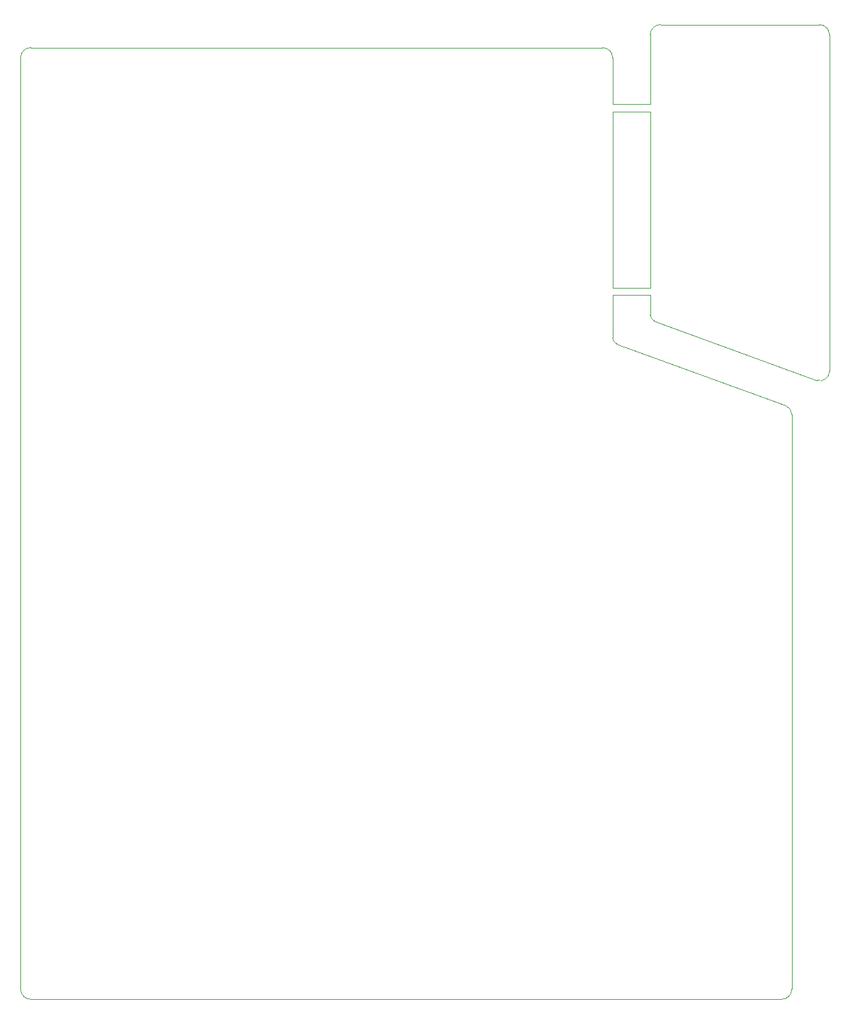
<source format=gm1>
G04 #@! TF.GenerationSoftware,KiCad,Pcbnew,(5.1.5)-3*
G04 #@! TF.CreationDate,2021-03-06T02:04:31+09:00*
G04 #@! TF.ProjectId,Getta25,47657474-6132-4352-9e6b-696361645f70,rev?*
G04 #@! TF.SameCoordinates,Original*
G04 #@! TF.FileFunction,Profile,NP*
%FSLAX46Y46*%
G04 Gerber Fmt 4.6, Leading zero omitted, Abs format (unit mm)*
G04 Created by KiCad (PCBNEW (5.1.5)-3) date 2021-03-06 02:04:31*
%MOMM*%
%LPD*%
G04 APERTURE LIST*
%ADD10C,0.100000*%
G04 APERTURE END LIST*
D10*
X101950000Y-43050000D02*
X101950000Y-48690000D01*
X101950000Y-18700000D02*
X101950000Y-42050000D01*
X106950000Y-43050000D02*
X106950000Y-45640000D01*
X106950000Y-18700000D02*
X106950000Y-42050000D01*
X106950000Y-43050000D02*
X101950000Y-43050000D01*
X101950000Y-42050000D02*
X106950000Y-42050000D01*
X106950000Y-18700000D02*
X101950000Y-18700000D01*
X101950000Y-17700000D02*
X106950000Y-17700000D01*
X124954000Y-57700000D02*
X102490000Y-49500000D01*
X102489950Y-49500123D02*
G75*
G02X101950000Y-48690000I330050J804980D01*
G01*
X101950000Y-17700000D02*
X101950000Y-11552500D01*
X107489950Y-46450123D02*
G75*
G02X106950000Y-45640000I330050J804980D01*
G01*
X130740000Y-53110407D02*
G75*
G02X129081151Y-54320000I-1248849J-29593D01*
G01*
X106950000Y-8502500D02*
G75*
G02X108290000Y-7162500I1340000J0D01*
G01*
X129397500Y-7162500D02*
G75*
G02X130737500Y-8502500I0J-1340000D01*
G01*
X130737500Y-8502500D02*
X130737500Y-53110407D01*
X108290000Y-7162500D02*
X129397500Y-7162500D01*
X124954348Y-57700001D02*
G75*
G02X125740000Y-58886185I-479068J-1170578D01*
G01*
X106950000Y-17700000D02*
X106950000Y-8502500D01*
X129081151Y-54320000D02*
X107490000Y-46450000D01*
X23343750Y-11552500D02*
G75*
G02X24683750Y-10212500I1340000J0D01*
G01*
X24683750Y-136418750D02*
G75*
G02X23343750Y-135078750I0J1340000D01*
G01*
X125737500Y-135078750D02*
G75*
G02X124397500Y-136418750I-1340000J0D01*
G01*
X100610000Y-10212500D02*
G75*
G02X101950000Y-11552500I0J-1340000D01*
G01*
X100610000Y-10212500D02*
X24683750Y-10212500D01*
X125737500Y-135078750D02*
X125737500Y-58886185D01*
X24683750Y-136418750D02*
X124397500Y-136418750D01*
X23343750Y-11552500D02*
X23343750Y-135078750D01*
M02*

</source>
